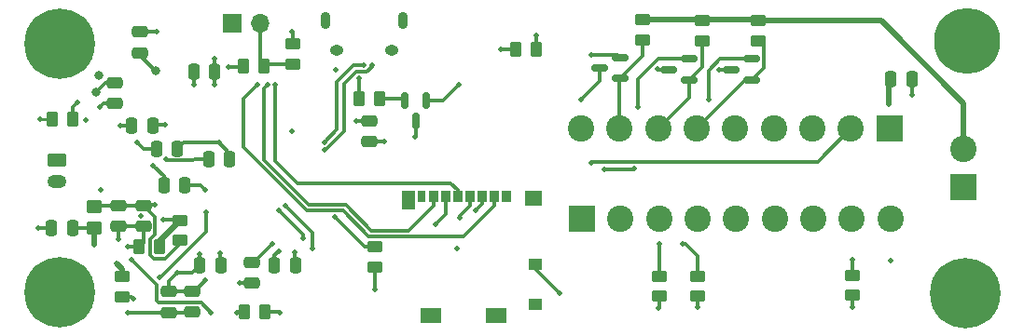
<source format=gbr>
%TF.GenerationSoftware,KiCad,Pcbnew,(6.0.1)*%
%TF.CreationDate,2022-04-25T15:24:58-05:00*%
%TF.ProjectId,Airbrake Controller,41697262-7261-46b6-9520-436f6e74726f,rev?*%
%TF.SameCoordinates,Original*%
%TF.FileFunction,Copper,L4,Bot*%
%TF.FilePolarity,Positive*%
%FSLAX46Y46*%
G04 Gerber Fmt 4.6, Leading zero omitted, Abs format (unit mm)*
G04 Created by KiCad (PCBNEW (6.0.1)) date 2022-04-25 15:24:58*
%MOMM*%
%LPD*%
G01*
G04 APERTURE LIST*
G04 Aperture macros list*
%AMRoundRect*
0 Rectangle with rounded corners*
0 $1 Rounding radius*
0 $2 $3 $4 $5 $6 $7 $8 $9 X,Y pos of 4 corners*
0 Add a 4 corners polygon primitive as box body*
4,1,4,$2,$3,$4,$5,$6,$7,$8,$9,$2,$3,0*
0 Add four circle primitives for the rounded corners*
1,1,$1+$1,$2,$3*
1,1,$1+$1,$4,$5*
1,1,$1+$1,$6,$7*
1,1,$1+$1,$8,$9*
0 Add four rect primitives between the rounded corners*
20,1,$1+$1,$2,$3,$4,$5,0*
20,1,$1+$1,$4,$5,$6,$7,0*
20,1,$1+$1,$6,$7,$8,$9,0*
20,1,$1+$1,$8,$9,$2,$3,0*%
G04 Aperture macros list end*
%TA.AperFunction,ComponentPad*%
%ADD10R,2.400000X2.400000*%
%TD*%
%TA.AperFunction,ComponentPad*%
%ADD11C,2.400000*%
%TD*%
%TA.AperFunction,ComponentPad*%
%ADD12C,0.800000*%
%TD*%
%TA.AperFunction,ComponentPad*%
%ADD13C,6.400000*%
%TD*%
%TA.AperFunction,ComponentPad*%
%ADD14R,1.700000X1.700000*%
%TD*%
%TA.AperFunction,ComponentPad*%
%ADD15O,1.700000X1.700000*%
%TD*%
%TA.AperFunction,ComponentPad*%
%ADD16RoundRect,0.250000X-0.625000X0.350000X-0.625000X-0.350000X0.625000X-0.350000X0.625000X0.350000X0*%
%TD*%
%TA.AperFunction,ComponentPad*%
%ADD17O,1.750000X1.200000*%
%TD*%
%TA.AperFunction,ComponentPad*%
%ADD18C,6.000000*%
%TD*%
%TA.AperFunction,ComponentPad*%
%ADD19O,0.890000X1.550000*%
%TD*%
%TA.AperFunction,ComponentPad*%
%ADD20O,1.250000X0.950000*%
%TD*%
%TA.AperFunction,SMDPad,CuDef*%
%ADD21RoundRect,0.150000X0.587500X0.150000X-0.587500X0.150000X-0.587500X-0.150000X0.587500X-0.150000X0*%
%TD*%
%TA.AperFunction,SMDPad,CuDef*%
%ADD22RoundRect,0.250000X-0.450000X0.262500X-0.450000X-0.262500X0.450000X-0.262500X0.450000X0.262500X0*%
%TD*%
%TA.AperFunction,SMDPad,CuDef*%
%ADD23RoundRect,0.250000X-0.475000X0.250000X-0.475000X-0.250000X0.475000X-0.250000X0.475000X0.250000X0*%
%TD*%
%TA.AperFunction,SMDPad,CuDef*%
%ADD24RoundRect,0.250000X-0.262500X-0.450000X0.262500X-0.450000X0.262500X0.450000X-0.262500X0.450000X0*%
%TD*%
%TA.AperFunction,SMDPad,CuDef*%
%ADD25RoundRect,0.250000X0.475000X-0.250000X0.475000X0.250000X-0.475000X0.250000X-0.475000X-0.250000X0*%
%TD*%
%TA.AperFunction,SMDPad,CuDef*%
%ADD26RoundRect,0.250000X0.450000X-0.262500X0.450000X0.262500X-0.450000X0.262500X-0.450000X-0.262500X0*%
%TD*%
%TA.AperFunction,SMDPad,CuDef*%
%ADD27RoundRect,0.250000X0.250000X0.475000X-0.250000X0.475000X-0.250000X-0.475000X0.250000X-0.475000X0*%
%TD*%
%TA.AperFunction,SMDPad,CuDef*%
%ADD28RoundRect,0.250000X-0.250000X-0.475000X0.250000X-0.475000X0.250000X0.475000X-0.250000X0.475000X0*%
%TD*%
%TA.AperFunction,SMDPad,CuDef*%
%ADD29RoundRect,0.150000X-0.150000X0.587500X-0.150000X-0.587500X0.150000X-0.587500X0.150000X0.587500X0*%
%TD*%
%TA.AperFunction,SMDPad,CuDef*%
%ADD30RoundRect,0.250000X0.262500X0.450000X-0.262500X0.450000X-0.262500X-0.450000X0.262500X-0.450000X0*%
%TD*%
%TA.AperFunction,SMDPad,CuDef*%
%ADD31R,0.850000X1.100000*%
%TD*%
%TA.AperFunction,SMDPad,CuDef*%
%ADD32R,0.750000X1.100000*%
%TD*%
%TA.AperFunction,SMDPad,CuDef*%
%ADD33R,1.200000X1.000000*%
%TD*%
%TA.AperFunction,SMDPad,CuDef*%
%ADD34R,1.170000X1.800000*%
%TD*%
%TA.AperFunction,SMDPad,CuDef*%
%ADD35R,1.900000X1.350000*%
%TD*%
%TA.AperFunction,SMDPad,CuDef*%
%ADD36R,1.550000X1.350000*%
%TD*%
%TA.AperFunction,SMDPad,CuDef*%
%ADD37RoundRect,0.250000X-0.450000X0.350000X-0.450000X-0.350000X0.450000X-0.350000X0.450000X0.350000X0*%
%TD*%
%TA.AperFunction,ViaPad*%
%ADD38C,0.500000*%
%TD*%
%TA.AperFunction,ViaPad*%
%ADD39C,0.800000*%
%TD*%
%TA.AperFunction,Conductor*%
%ADD40C,0.300000*%
%TD*%
%TA.AperFunction,Conductor*%
%ADD41C,0.500000*%
%TD*%
%TA.AperFunction,Conductor*%
%ADD42C,0.250000*%
%TD*%
G04 APERTURE END LIST*
D10*
%TO.P,J5,1,Pin_1*%
%TO.N,GND*%
X193013074Y-103511751D03*
D11*
%TO.P,J5,2,Pin_2*%
%TO.N,+5V*%
X193013074Y-100011751D03*
%TD*%
D12*
%TO.P,H2,1*%
%TO.N,N/C*%
X108552362Y-113093895D03*
X113352362Y-113093895D03*
X112649418Y-111396839D03*
X110952362Y-110693895D03*
X110952362Y-115493895D03*
X109255306Y-111396839D03*
X112649418Y-114790951D03*
D13*
X110952362Y-113093895D03*
D12*
X109255306Y-114790951D03*
%TD*%
D14*
%TO.P,J1,1,Pin_1*%
%TO.N,+3V3*%
X126618406Y-88577368D03*
D15*
%TO.P,J1,2,Pin_2*%
%TO.N,/Boot0_pulldown*%
X129158406Y-88577368D03*
%TD*%
D16*
%TO.P,J2,1,Pin_1*%
%TO.N,GND*%
X110695863Y-101013057D03*
D17*
%TO.P,J2,2,Pin_2*%
%TO.N,V_Batt*%
X110695863Y-103013057D03*
%TD*%
D12*
%TO.P,H1,1*%
%TO.N,N/C*%
X110941341Y-88043383D03*
D13*
X110941341Y-90443383D03*
D12*
X113341341Y-90443383D03*
X110941341Y-92843383D03*
X109244285Y-88746327D03*
X112638397Y-88746327D03*
X108541341Y-90443383D03*
X112638397Y-92140439D03*
X109244285Y-92140439D03*
%TD*%
%TO.P,H3,1*%
%TO.N,N/C*%
X194924017Y-88639387D03*
X193333027Y-92480377D03*
X195583027Y-90230377D03*
D18*
X193333027Y-90230377D03*
D12*
X191742037Y-88639387D03*
X191742037Y-91821367D03*
X193333027Y-87980377D03*
X191083027Y-90230377D03*
X194924017Y-91821367D03*
%TD*%
%TO.P,H4,1*%
%TO.N,N/C*%
X190721534Y-113115426D03*
X191424478Y-114812482D03*
X194818590Y-111418370D03*
X195521534Y-113115426D03*
X191424478Y-111418370D03*
X194818590Y-114812482D03*
X193121534Y-110715426D03*
X193121534Y-115515426D03*
D13*
X193121534Y-113115426D03*
%TD*%
D19*
%TO.P,J3,6,Shield*%
%TO.N,unconnected-(J3-Pad6)*%
X142112258Y-88359857D03*
D20*
X136112258Y-91059857D03*
X141112258Y-91059857D03*
D19*
X135112258Y-88359857D03*
%TD*%
D10*
%TO.P,J7,1,Pin_1*%
%TO.N,GND*%
X158361601Y-106389591D03*
D11*
%TO.P,J7,2,Pin_2*%
%TO.N,Extra_Out*%
X161861601Y-106389591D03*
%TO.P,J7,3,Pin_3*%
%TO.N,Extra_SDA*%
X165361601Y-106389591D03*
%TO.P,J7,4,Pin_4*%
%TO.N,Extra_SCL*%
X168861601Y-106389591D03*
%TO.P,J7,5,Pin_5*%
%TO.N,Altus_MOSI*%
X172361601Y-106389591D03*
%TO.P,J7,6,Pin_6*%
%TO.N,Altus_MISO*%
X175861601Y-106389591D03*
%TO.P,J7,7,Pin_7*%
%TO.N,Altus_SCK*%
X179361601Y-106389591D03*
%TO.P,J7,8,Pin_8*%
%TO.N,Altus_CS*%
X182861601Y-106389591D03*
%TO.P,J7,9,Pin_9*%
%TO.N,+3V3*%
X186361601Y-106389591D03*
%TD*%
D10*
%TO.P,J6,1,Pin_1*%
%TO.N,+3V3*%
X186268636Y-98185760D03*
D11*
%TO.P,J6,2,Pin_2*%
%TO.N,SWD_IO*%
X182768636Y-98185760D03*
%TO.P,J6,3,Pin_3*%
%TO.N,SWD_SCK*%
X179268636Y-98185760D03*
%TO.P,J6,4,Pin_4*%
%TO.N,V_Reg*%
X175768636Y-98185760D03*
%TO.P,J6,5,Pin_5*%
%TO.N,V_Batt*%
X172268636Y-98185760D03*
%TO.P,J6,6,Pin_6*%
%TO.N,Step_EnConn*%
X168768636Y-98185760D03*
%TO.P,J6,7,Pin_7*%
%TO.N,Step_DirConn*%
X165268636Y-98185760D03*
%TO.P,J6,8,Pin_8*%
%TO.N,Step_PWMConn*%
X161768636Y-98185760D03*
%TO.P,J6,9,Pin_9*%
%TO.N,GND*%
X158268636Y-98185760D03*
%TD*%
D21*
%TO.P,Q3,1,B*%
%TO.N,Step_DIR*%
X168127833Y-91842835D03*
%TO.P,Q3,2,C*%
%TO.N,Step_DirConn*%
X168127833Y-93742835D03*
%TO.P,Q3,3,E*%
%TO.N,GND*%
X166252833Y-92792835D03*
%TD*%
D22*
%TO.P,R6,1*%
%TO.N,+3V3*%
X116648613Y-111666014D03*
%TO.P,R6,2*%
%TO.N,Net-(R6-Pad2)*%
X116648613Y-113491014D03*
%TD*%
D23*
%TO.P,C10,1*%
%TO.N,+3V3*%
X139074637Y-97457660D03*
%TO.P,C10,2*%
%TO.N,GND*%
X139074637Y-99357660D03*
%TD*%
D22*
%TO.P,R9,1*%
%TO.N,/Status_LEDC*%
X139542932Y-108950993D03*
%TO.P,R9,2*%
%TO.N,GND*%
X139542932Y-110775993D03*
%TD*%
D24*
%TO.P,R10,1*%
%TO.N,Net-(D3-Pad1)*%
X152350719Y-90936241D03*
%TO.P,R10,2*%
%TO.N,GND*%
X154175719Y-90936241D03*
%TD*%
D25*
%TO.P,C1,1*%
%TO.N,+3V3*%
X120809307Y-114915412D03*
%TO.P,C1,2*%
%TO.N,GND*%
X120809307Y-113015412D03*
%TD*%
D26*
%TO.P,R14,1*%
%TO.N,Step_EnConn*%
X174332642Y-90196916D03*
%TO.P,R14,2*%
%TO.N,+5V*%
X174332642Y-88371916D03*
%TD*%
D27*
%TO.P,C17,1*%
%TO.N,+3V3*%
X112113459Y-107240058D03*
%TO.P,C17,2*%
%TO.N,GND*%
X110213459Y-107240058D03*
%TD*%
D28*
%TO.P,C8,1*%
%TO.N,/OSC_IN*%
X119742731Y-99999562D03*
%TO.P,C8,2*%
%TO.N,GND*%
X121642731Y-99999562D03*
%TD*%
D26*
%TO.P,R12,1*%
%TO.N,+3V3*%
X168866150Y-113418105D03*
%TO.P,R12,2*%
%TO.N,Extra_SCL*%
X168866150Y-111593105D03*
%TD*%
%TO.P,R15,1*%
%TO.N,Step_DirConn*%
X169274777Y-90186348D03*
%TO.P,R15,2*%
%TO.N,+5V*%
X169274777Y-88361348D03*
%TD*%
D27*
%TO.P,C9,1*%
%TO.N,+3V3*%
X132335699Y-110581768D03*
%TO.P,C9,2*%
%TO.N,GND*%
X130435699Y-110581768D03*
%TD*%
D21*
%TO.P,Q4,1,B*%
%TO.N,Step_PWM*%
X161823395Y-91686342D03*
%TO.P,Q4,2,C*%
%TO.N,Step_PWMConn*%
X161823395Y-93586342D03*
%TO.P,Q4,3,E*%
%TO.N,GND*%
X159948395Y-92636342D03*
%TD*%
D28*
%TO.P,C11,1*%
%TO.N,/OSC_OUT*%
X120422760Y-103291550D03*
%TO.P,C11,2*%
%TO.N,GND*%
X122322760Y-103291550D03*
%TD*%
D27*
%TO.P,C7,1*%
%TO.N,+3V3*%
X125568409Y-110617952D03*
%TO.P,C7,2*%
%TO.N,GND*%
X123668409Y-110617952D03*
%TD*%
D26*
%TO.P,R3,1*%
%TO.N,3V3A*%
X121865237Y-108356138D03*
%TO.P,R3,2*%
%TO.N,ADC_Battery*%
X121865237Y-106531138D03*
%TD*%
D29*
%TO.P,Q1,1,B*%
%TO.N,Net-(Q1-Pad1)*%
X142301138Y-95617578D03*
%TO.P,Q1,2,C*%
%TO.N,/Buzz_NPN*%
X144201138Y-95617578D03*
%TO.P,Q1,3,E*%
%TO.N,GND*%
X143251138Y-97492578D03*
%TD*%
D26*
%TO.P,R13,1*%
%TO.N,+3V3*%
X165350390Y-113418105D03*
%TO.P,R13,2*%
%TO.N,Extra_SDA*%
X165350390Y-111593105D03*
%TD*%
D27*
%TO.P,C14,1*%
%TO.N,+3V3*%
X119378441Y-97882304D03*
%TO.P,C14,2*%
%TO.N,GND*%
X117478441Y-97882304D03*
%TD*%
D26*
%TO.P,R7,1*%
%TO.N,/Boot0_pulldown*%
X132072880Y-92312283D03*
%TO.P,R7,2*%
%TO.N,GND*%
X132072880Y-90487283D03*
%TD*%
D28*
%TO.P,C6,1*%
%TO.N,/NRST*%
X124471372Y-100915923D03*
%TO.P,C6,2*%
%TO.N,GND*%
X126371372Y-100915923D03*
%TD*%
D30*
%TO.P,R4,1*%
%TO.N,ADC_Battery*%
X119990971Y-108954598D03*
%TO.P,R4,2*%
%TO.N,GND*%
X118165971Y-108954598D03*
%TD*%
D23*
%TO.P,C15,1*%
%TO.N,3V3A*%
X118524620Y-105170573D03*
%TO.P,C15,2*%
%TO.N,GND*%
X118524620Y-107070573D03*
%TD*%
D30*
%TO.P,R1,1*%
%TO.N,+3V3*%
X129572413Y-114881528D03*
%TO.P,R1,2*%
%TO.N,Flash_CS*%
X127747413Y-114881528D03*
%TD*%
%TO.P,R8,1*%
%TO.N,/Boot0_pulldown*%
X129446535Y-92475243D03*
%TO.P,R8,2*%
%TO.N,/Boot0*%
X127621535Y-92475243D03*
%TD*%
D26*
%TO.P,R16,1*%
%TO.N,Step_PWMConn*%
X163861823Y-90090082D03*
%TO.P,R16,2*%
%TO.N,+5V*%
X163861823Y-88265082D03*
%TD*%
%TO.P,R11,1*%
%TO.N,+3V3*%
X182886261Y-113338603D03*
%TO.P,R11,2*%
%TO.N,Altus_CS*%
X182886261Y-111513603D03*
%TD*%
D28*
%TO.P,C5,1*%
%TO.N,+3V3*%
X186415664Y-93697416D03*
%TO.P,C5,2*%
%TO.N,GND*%
X188315664Y-93697416D03*
%TD*%
D31*
%TO.P,J4,1,DAT2*%
%TO.N,unconnected-(J4-Pad1)*%
X151457692Y-104348988D03*
%TO.P,J4,2,DAT3/CD*%
%TO.N,SD_CS*%
X150357692Y-104348988D03*
%TO.P,J4,3,CMD*%
%TO.N,SD_MOSI*%
X149257692Y-104348988D03*
%TO.P,J4,4,VDD*%
%TO.N,+3V3*%
X148157692Y-104348988D03*
%TO.P,J4,5,CLK*%
%TO.N,SD_SCK*%
X147057692Y-104348988D03*
%TO.P,J4,6,VSS*%
%TO.N,GND*%
X145957692Y-104348988D03*
%TO.P,J4,7,DAT0*%
%TO.N,SD_MISO*%
X144857692Y-104348988D03*
D32*
%TO.P,J4,8,DAT1*%
%TO.N,unconnected-(J4-Pad8)*%
X143807692Y-104348988D03*
D33*
%TO.P,J4,9,SHIELD*%
%TO.N,GND*%
X154092692Y-110498988D03*
%TO.P,J4,10*%
%TO.N,N/C*%
X154092692Y-114198988D03*
D34*
%TO.P,J4,11*%
X142597692Y-104698988D03*
D35*
X150592692Y-115173988D03*
X144622692Y-115173988D03*
D36*
X153917692Y-104473988D03*
%TD*%
D28*
%TO.P,C12,1*%
%TO.N,+3V3*%
X123137945Y-93013319D03*
%TO.P,C12,2*%
%TO.N,GND*%
X125037945Y-93013319D03*
%TD*%
D25*
%TO.P,C4,1*%
%TO.N,+3V3*%
X118214628Y-91288153D03*
%TO.P,C4,2*%
%TO.N,GND*%
X118214628Y-89388153D03*
%TD*%
D23*
%TO.P,C16,1*%
%TO.N,3V3A*%
X116267841Y-105186579D03*
%TO.P,C16,2*%
%TO.N,GND*%
X116267841Y-107086579D03*
%TD*%
%TO.P,C13,1*%
%TO.N,/VCAP*%
X128420820Y-110352536D03*
%TO.P,C13,2*%
%TO.N,GND*%
X128420820Y-112252536D03*
%TD*%
D25*
%TO.P,C3,1*%
%TO.N,+3V3*%
X122985083Y-114864517D03*
%TO.P,C3,2*%
%TO.N,GND*%
X122985083Y-112964517D03*
%TD*%
D23*
%TO.P,C2,1*%
%TO.N,V_Reg*%
X115974602Y-94010186D03*
%TO.P,C2,2*%
%TO.N,GND*%
X115974602Y-95910186D03*
%TD*%
D24*
%TO.P,R2,1*%
%TO.N,Buzz_PWM*%
X138148145Y-95469164D03*
%TO.P,R2,2*%
%TO.N,Net-(Q1-Pad1)*%
X139973145Y-95469164D03*
%TD*%
D21*
%TO.P,Q2,1,B*%
%TO.N,Step_EN*%
X173745007Y-91842835D03*
%TO.P,Q2,2,C*%
%TO.N,Step_EnConn*%
X173745007Y-93742835D03*
%TO.P,Q2,3,E*%
%TO.N,GND*%
X171870007Y-92792835D03*
%TD*%
D37*
%TO.P,FB1,1*%
%TO.N,3V3A*%
X114059077Y-105232612D03*
%TO.P,FB1,2*%
%TO.N,+3V3*%
X114059077Y-107232612D03*
%TD*%
D24*
%TO.P,R5,1*%
%TO.N,/LED_Reg_C*%
X110271687Y-97347545D03*
%TO.P,R5,2*%
%TO.N,GND*%
X112096687Y-97347545D03*
%TD*%
D38*
%TO.N,+3V3*%
X165307949Y-114462079D03*
X168872947Y-114377198D03*
X132312892Y-109390327D03*
X186355941Y-110215237D03*
X147235532Y-106302131D03*
X117104492Y-114909528D03*
X182924856Y-114446396D03*
X125491434Y-109529481D03*
X130904817Y-114889230D03*
X137828517Y-97498486D03*
X186231217Y-95919453D03*
X120488250Y-97843799D03*
X116115833Y-110440947D03*
D39*
X119627885Y-92944194D03*
D38*
X113291646Y-97406674D03*
X147007781Y-109055856D03*
X123156799Y-94177981D03*
X114055444Y-108749584D03*
%TO.N,/Buzz_NPN*%
X147179259Y-94177981D03*
%TO.N,GND*%
X114659178Y-103712557D03*
X135989899Y-92811316D03*
X188298311Y-95115817D03*
X158245985Y-95576981D03*
X165193430Y-92782836D03*
X154199647Y-89691948D03*
X130840847Y-109308546D03*
X118285822Y-106120073D03*
X125426609Y-99469377D03*
X132060514Y-89393618D03*
X121608119Y-111285680D03*
X170778517Y-92799863D03*
X132023848Y-98397552D03*
X125022533Y-91779760D03*
X109012454Y-107255804D03*
X156309079Y-113186655D03*
X112534907Y-95755608D03*
X125022965Y-94177981D03*
X140448347Y-99343374D03*
X119740615Y-89385853D03*
X123674899Y-109566178D03*
X114615689Y-96228622D03*
X117141916Y-108949442D03*
X145029475Y-106843140D03*
X127324689Y-112217370D03*
X139545764Y-112776634D03*
X116471763Y-97873551D03*
X143235854Y-98893075D03*
X116281365Y-108226213D03*
X124190046Y-111994652D03*
D39*
X114494129Y-93301325D03*
D38*
X124169314Y-103712557D03*
D39*
%TO.N,V_Reg*%
X114226300Y-94877481D03*
D38*
%TO.N,/NRST*%
X120591503Y-100986192D03*
%TO.N,/OSC_IN*%
X117958881Y-99435463D03*
%TO.N,/OSC_OUT*%
X119446816Y-101535101D03*
%TO.N,/VCAP*%
X130254312Y-108681072D03*
%TO.N,3V3A*%
X119622068Y-105144737D03*
%TO.N,/LED_Reg_C*%
X109166281Y-97352213D03*
%TO.N,/Status_LEDC*%
X135922972Y-106204839D03*
%TO.N,Net-(D3-Pad1)*%
X150969272Y-90936241D03*
%TO.N,USB_D-*%
X139279527Y-92432454D03*
X134952070Y-100090042D03*
%TO.N,USB_D+*%
X138580522Y-92406076D03*
X134952070Y-99390539D03*
%TO.N,SWD_IO*%
X159224709Y-101284772D03*
%TO.N,Extra_SDA*%
X165350389Y-108656225D03*
X133071492Y-108167828D03*
X130849421Y-105588182D03*
%TO.N,Extra_SCL*%
X133910407Y-109083214D03*
X167497876Y-108664713D03*
X131474576Y-105218363D03*
%TO.N,Altus_CS*%
X182932969Y-110119083D03*
%TO.N,Step_EN*%
X169859021Y-95576981D03*
X163134226Y-101800799D03*
X160412620Y-101872420D03*
%TO.N,Step_DIR*%
X163457612Y-96211860D03*
%TO.N,Step_PWM*%
X159242546Y-91471582D03*
%TO.N,Flash_CS*%
X124646312Y-114885343D03*
X127020858Y-114889230D03*
X117429822Y-110108349D03*
%TO.N,Buzz_PWM*%
X138126613Y-93624766D03*
%TO.N,ADC_Battery*%
X120329045Y-106471116D03*
%TO.N,Net-(R6-Pad2)*%
X117629800Y-113616355D03*
%TO.N,/Boot0*%
X126298586Y-92569380D03*
%TO.N,Flash_SCK*%
X120043456Y-111711423D03*
X124239450Y-105813996D03*
%TO.N,SD_MOSI*%
X148676247Y-105615992D03*
%TO.N,SD_SCK*%
X130529620Y-94177981D03*
%TO.N,SD_MISO*%
X129824237Y-94177981D03*
%TO.N,SD_CS*%
X128888982Y-94177981D03*
%TD*%
D40*
%TO.N,+3V3*%
X139033811Y-97498486D02*
X139074637Y-97457660D01*
X168866150Y-114370401D02*
X168872947Y-114377198D01*
X130897115Y-114881528D02*
X130904817Y-114889230D01*
X117110376Y-114915412D02*
X117104492Y-114909528D01*
X182886261Y-113338603D02*
X182886261Y-114407801D01*
X182886261Y-114407801D02*
X182924856Y-114446396D01*
X114059077Y-107232612D02*
X112120905Y-107232612D01*
D41*
X186231217Y-95919453D02*
X186231217Y-93881863D01*
D40*
X114059077Y-108745951D02*
X114055444Y-108749584D01*
X137828517Y-97498486D02*
X139033811Y-97498486D01*
D41*
X116648613Y-110973727D02*
X116115833Y-110440947D01*
D40*
X165350390Y-114419638D02*
X165307949Y-114462079D01*
X119416946Y-97843799D02*
X119378441Y-97882304D01*
X120809307Y-114915412D02*
X122934188Y-114915412D01*
X118214628Y-91530937D02*
X119627885Y-92944194D01*
X147235532Y-106121148D02*
X147235532Y-106302131D01*
X148157692Y-105198988D02*
X147235532Y-106121148D01*
D41*
X114059077Y-107232612D02*
X114059077Y-108745951D01*
D40*
X120809307Y-114915412D02*
X117110376Y-114915412D01*
D41*
X116648613Y-111666014D02*
X116648613Y-110973727D01*
X186231217Y-93881863D02*
X186415664Y-93697416D01*
D40*
X120488250Y-97843799D02*
X119416946Y-97843799D01*
X132312892Y-110558961D02*
X132335699Y-110581768D01*
X125491434Y-109529481D02*
X125491434Y-110540977D01*
X165350390Y-113418105D02*
X165350390Y-114419638D01*
X129572413Y-114881528D02*
X130897115Y-114881528D01*
X123156799Y-94177981D02*
X123156799Y-93032173D01*
X168866150Y-113418105D02*
X168866150Y-114370401D01*
X123156799Y-93032173D02*
X123137945Y-93013319D01*
X118214628Y-91288153D02*
X118214628Y-91530937D01*
X122934188Y-114915412D02*
X122985083Y-114864517D01*
X148157692Y-104348988D02*
X148157692Y-105198988D01*
X132312892Y-109390327D02*
X132312892Y-110558961D01*
X112120905Y-107232612D02*
X112113459Y-107240058D01*
X125491434Y-110540977D02*
X125568409Y-110617952D01*
%TO.N,/Buzz_NPN*%
X145739662Y-95617578D02*
X147179259Y-94177981D01*
X144201138Y-95617578D02*
X145739662Y-95617578D01*
%TO.N,GND*%
X123668409Y-110617952D02*
X123668409Y-109572668D01*
X130435699Y-110581768D02*
X130435699Y-109713694D01*
X171870007Y-92792835D02*
X170785545Y-92792835D01*
X123668409Y-109572668D02*
X123674899Y-109566178D01*
X110213459Y-107240058D02*
X109028200Y-107240058D01*
X125037945Y-93013319D02*
X125037945Y-91795172D01*
X130435699Y-109713694D02*
X130840847Y-109308546D01*
X123748307Y-103291550D02*
X124169314Y-103712557D01*
X166252833Y-92792835D02*
X165203429Y-92792835D01*
X139074637Y-99357660D02*
X140434061Y-99357660D01*
X125022965Y-93028299D02*
X125037945Y-93013319D01*
X123000681Y-111285680D02*
X123668409Y-110617952D01*
X119738315Y-89388153D02*
X119740615Y-89385853D01*
X159948395Y-92636342D02*
X159948395Y-93874571D01*
X122172916Y-99469377D02*
X125426609Y-99469377D01*
X112096687Y-97347545D02*
X112096687Y-96193828D01*
X139542932Y-112773802D02*
X139545764Y-112776634D01*
X143251138Y-97492578D02*
X143251138Y-98877791D01*
X116480516Y-97882304D02*
X116471763Y-97873551D01*
X132072880Y-89405984D02*
X132060514Y-89393618D01*
X120809307Y-113015412D02*
X122934188Y-113015412D01*
X118524620Y-107070573D02*
X116283847Y-107070573D01*
X121608119Y-111285680D02*
X123000681Y-111285680D01*
X117147072Y-108954598D02*
X117141916Y-108949442D01*
X125037945Y-91795172D02*
X125022533Y-91779760D01*
X120809307Y-112084492D02*
X121608119Y-111285680D01*
X127359855Y-112252536D02*
X127324689Y-112217370D01*
X115974602Y-95910186D02*
X114934125Y-95910186D01*
X118524620Y-107070573D02*
X118524620Y-108595949D01*
X122322760Y-103291550D02*
X123748307Y-103291550D01*
X154092692Y-110970268D02*
X156309079Y-113186655D01*
X126371372Y-100915923D02*
X126371372Y-100414140D01*
X128420820Y-112252536D02*
X127359855Y-112252536D01*
X122934188Y-113015412D02*
X122985083Y-112964517D01*
X118165971Y-108954598D02*
X117147072Y-108954598D01*
X118214628Y-89388153D02*
X119738315Y-89388153D01*
X165203429Y-92792835D02*
X165193430Y-92782836D01*
X145957692Y-105914923D02*
X145029475Y-106843140D01*
X120809307Y-113015412D02*
X120809307Y-112084492D01*
X143251138Y-98877791D02*
X143235854Y-98893075D01*
X117478441Y-97882304D02*
X116480516Y-97882304D01*
X122985083Y-112964517D02*
X123220181Y-112964517D01*
X170785545Y-92792835D02*
X170778517Y-92799863D01*
X154175719Y-89715876D02*
X154199647Y-89691948D01*
X188315664Y-95098464D02*
X188298311Y-95115817D01*
X116283847Y-107070573D02*
X116267841Y-107086579D01*
X118524620Y-108595949D02*
X118165971Y-108954598D01*
X159948395Y-93874571D02*
X158245985Y-95576981D01*
X109028200Y-107240058D02*
X109012454Y-107255804D01*
X114934125Y-95910186D02*
X114615689Y-96228622D01*
X125022965Y-94177981D02*
X125022965Y-93028299D01*
X116267841Y-108212689D02*
X116281365Y-108226213D01*
X139542932Y-110775993D02*
X139542932Y-112773802D01*
X145957692Y-104348988D02*
X145957692Y-105914923D01*
X123220181Y-112964517D02*
X124190046Y-111994652D01*
X154175719Y-90936241D02*
X154175719Y-89715876D01*
X121642731Y-99999562D02*
X122172916Y-99469377D01*
X116267841Y-107086579D02*
X116267841Y-108212689D01*
X140434061Y-99357660D02*
X140448347Y-99343374D01*
X188315664Y-93697416D02*
X188315664Y-95098464D01*
X132072880Y-90487283D02*
X132072880Y-89405984D01*
X126371372Y-100414140D02*
X125426609Y-99469377D01*
X154092692Y-110498988D02*
X154092692Y-110970268D01*
X112096687Y-96193828D02*
X112534907Y-95755608D01*
%TO.N,V_Reg*%
X115093595Y-94010186D02*
X114226300Y-94877481D01*
X115974602Y-94010186D02*
X115093595Y-94010186D01*
%TO.N,/NRST*%
X124471372Y-100915923D02*
X123237640Y-100915923D01*
X123079481Y-101074082D02*
X120679393Y-101074082D01*
X120679393Y-101074082D02*
X120591503Y-100986192D01*
X123237640Y-100915923D02*
X123079481Y-101074082D01*
%TO.N,/OSC_IN*%
X119742731Y-99999562D02*
X118522980Y-99999562D01*
X118522980Y-99999562D02*
X117958881Y-99435463D01*
%TO.N,/OSC_OUT*%
X120422760Y-102511045D02*
X119446816Y-101535101D01*
X120422760Y-103291550D02*
X120422760Y-102511045D01*
%TO.N,/VCAP*%
X128582848Y-110352536D02*
X130254312Y-108681072D01*
X128420820Y-110352536D02*
X128582848Y-110352536D01*
%TO.N,3V3A*%
X118550456Y-105144737D02*
X118524620Y-105170573D01*
X116283847Y-105170573D02*
X116267841Y-105186579D01*
X118524620Y-105170573D02*
X116283847Y-105170573D01*
X119599140Y-107786080D02*
X119599140Y-106245093D01*
X119599140Y-106245093D02*
X118524620Y-105170573D01*
X119128951Y-109652927D02*
X119128951Y-108256269D01*
X116267841Y-105186579D02*
X114105110Y-105186579D01*
X121865237Y-108640681D02*
X120501800Y-110004118D01*
X119128951Y-108256269D02*
X119599140Y-107786080D01*
X114105110Y-105186579D02*
X114059077Y-105232612D01*
X119480142Y-110004118D02*
X119128951Y-109652927D01*
X121865237Y-108356138D02*
X121865237Y-108640681D01*
X119622068Y-105144737D02*
X118550456Y-105144737D01*
X120501800Y-110004118D02*
X119480142Y-110004118D01*
D42*
%TO.N,/LED_Reg_C*%
X110271687Y-97347545D02*
X109170949Y-97347545D01*
D41*
X109170949Y-97347545D02*
X109166281Y-97352213D01*
D40*
%TO.N,/Status_LEDC*%
X135922972Y-106204839D02*
X138669126Y-108950993D01*
X138669126Y-108950993D02*
X139542932Y-108950993D01*
%TO.N,Net-(D3-Pad1)*%
X152350719Y-90936241D02*
X150969272Y-90936241D01*
%TO.N,USB_D-*%
X135100405Y-100090042D02*
X136735336Y-98455111D01*
X137837494Y-93025266D02*
X137887030Y-93025266D01*
X136735336Y-98455111D02*
X136735336Y-94127424D01*
X137887030Y-93025266D02*
X138809170Y-93025266D01*
X138809170Y-93025266D02*
X139279527Y-92554909D01*
X134952070Y-100090042D02*
X135100405Y-100090042D01*
X136735336Y-94127424D02*
X137837494Y-93025266D01*
X139279527Y-92554909D02*
X139279527Y-92432454D01*
%TO.N,USB_D+*%
X136103763Y-93904516D02*
X137602203Y-92406076D01*
X136103763Y-98238846D02*
X136103763Y-93904516D01*
X137602203Y-92406076D02*
X138580522Y-92406076D01*
X134952070Y-99390539D02*
X136103763Y-98238846D01*
%TO.N,SWD_IO*%
X159224709Y-101284772D02*
X159308193Y-101201288D01*
X179753108Y-101201288D02*
X182768636Y-98185760D01*
X159308193Y-101201288D02*
X179753108Y-101201288D01*
%TO.N,Step_DirConn*%
X168127833Y-95326563D02*
X165268636Y-98185760D01*
X168127833Y-93742835D02*
X168127833Y-95326563D01*
X169274777Y-90186348D02*
X169274777Y-92595891D01*
X169274777Y-92595891D02*
X168127833Y-93742835D01*
%TO.N,Extra_SDA*%
X130849421Y-105588182D02*
X133071492Y-107810253D01*
X165350390Y-111593105D02*
X165350389Y-108656225D01*
X133071492Y-107810253D02*
X133071492Y-108167828D01*
%TO.N,Extra_SCL*%
X133910407Y-107654194D02*
X133910407Y-109083214D01*
X168866150Y-111593105D02*
X168866150Y-109744391D01*
X131474576Y-105218363D02*
X133910407Y-107654194D01*
X168866150Y-109744391D02*
X167786472Y-108664713D01*
X167786472Y-108664713D02*
X167497876Y-108664713D01*
%TO.N,Altus_CS*%
X182932969Y-111466895D02*
X182886261Y-111513603D01*
X182932969Y-110119083D02*
X182932969Y-111466895D01*
%TO.N,Net-(Q1-Pad1)*%
X139973145Y-95469164D02*
X142152724Y-95469164D01*
X142152724Y-95469164D02*
X142301138Y-95617578D01*
%TO.N,Step_EN*%
X170887707Y-91842835D02*
X173745007Y-91842835D01*
X169859021Y-95576981D02*
X169859021Y-92871521D01*
X163062605Y-101872420D02*
X163134226Y-101800799D01*
X169859021Y-92871521D02*
X170887707Y-91842835D01*
X160412620Y-101872420D02*
X163062605Y-101872420D01*
%TO.N,Step_DIR*%
X163457612Y-93670816D02*
X165285593Y-91842835D01*
X165285593Y-91842835D02*
X168127833Y-91842835D01*
X163457612Y-96211860D02*
X163457612Y-93670816D01*
%TO.N,Step_PWM*%
X159242546Y-91471582D02*
X161608635Y-91471582D01*
X161608635Y-91471582D02*
X161823395Y-91686342D01*
%TO.N,Flash_CS*%
X127028560Y-114881528D02*
X127020858Y-114889230D01*
X119734787Y-112413314D02*
X119734787Y-113837337D01*
X123775966Y-114014997D02*
X124646312Y-114885343D01*
X127747413Y-114881528D02*
X127028560Y-114881528D01*
X117429822Y-110108349D02*
X119734787Y-112413314D01*
X119734787Y-113837337D02*
X119912447Y-114014997D01*
X119912447Y-114014997D02*
X123775966Y-114014997D01*
%TO.N,Buzz_PWM*%
X138126613Y-93624766D02*
X138126613Y-95447632D01*
X138126613Y-95447632D02*
X138148145Y-95469164D01*
D41*
%TO.N,ADC_Battery*%
X119990971Y-108405404D02*
X121865237Y-106531138D01*
X119990971Y-108954598D02*
X119990971Y-108405404D01*
D40*
X121805215Y-106471116D02*
X121865237Y-106531138D01*
X120329045Y-106471116D02*
X121805215Y-106471116D01*
%TO.N,Net-(R6-Pad2)*%
X117504459Y-113491014D02*
X117629800Y-113616355D01*
X116648613Y-113491014D02*
X117504459Y-113491014D01*
%TO.N,/Boot0_pulldown*%
X129609495Y-92312283D02*
X129446535Y-92475243D01*
X132072880Y-92312283D02*
X129609495Y-92312283D01*
X129158406Y-92187114D02*
X129158406Y-88577368D01*
X129446535Y-92475243D02*
X129158406Y-92187114D01*
%TO.N,/Boot0*%
X126298586Y-92569380D02*
X127527398Y-92569380D01*
X127527398Y-92569380D02*
X127621535Y-92475243D01*
%TO.N,Flash_SCK*%
X120070301Y-111711423D02*
X120043456Y-111711423D01*
X124239450Y-105813996D02*
X124239450Y-107542274D01*
X124239450Y-107542274D02*
X120070301Y-111711423D01*
%TO.N,SD_MOSI*%
X148676247Y-105615992D02*
X149257692Y-105034547D01*
X149257692Y-105034547D02*
X149257692Y-104348988D01*
%TO.N,SD_SCK*%
X146454457Y-103171731D02*
X132570957Y-103171731D01*
X147057692Y-103774966D02*
X146454457Y-103171731D01*
X132570957Y-103171731D02*
X130529620Y-101130394D01*
X147057692Y-104348988D02*
X147057692Y-103774966D01*
X130529620Y-101130394D02*
X130529620Y-94177981D01*
%TO.N,SD_MISO*%
X129460858Y-101017459D02*
X133549207Y-105105808D01*
X136920439Y-105105808D02*
X139261412Y-107446781D01*
X139261412Y-107446781D02*
X142609899Y-107446781D01*
X142609899Y-107446781D02*
X144857692Y-105198988D01*
X133549207Y-105105808D02*
X136920439Y-105105808D01*
X129460858Y-94541360D02*
X129460858Y-101017459D01*
X129824237Y-94177981D02*
X129460858Y-94541360D01*
X144857692Y-105198988D02*
X144857692Y-104348988D01*
%TO.N,SD_CS*%
X147603572Y-107953108D02*
X138991583Y-107953108D01*
X150357692Y-104348988D02*
X150357692Y-105198988D01*
X133379027Y-105642056D02*
X127634411Y-99897440D01*
X150357692Y-105198988D02*
X147603572Y-107953108D01*
X127634411Y-95432552D02*
X128888982Y-94177981D01*
X133415755Y-105605328D02*
X133379027Y-105642056D01*
X138991583Y-107953108D02*
X136643803Y-105605328D01*
X127634411Y-99897440D02*
X127634411Y-95957645D01*
X127634411Y-95957645D02*
X127634411Y-95432552D01*
X136643803Y-105605328D02*
X133415755Y-105605328D01*
D41*
%TO.N,+5V*%
X185503755Y-88371916D02*
X193013074Y-95881235D01*
X193013074Y-95881235D02*
X193013074Y-100011751D01*
X174332642Y-88371916D02*
X185503755Y-88371916D01*
X163861823Y-88265082D02*
X174225808Y-88265082D01*
D40*
X174225808Y-88265082D02*
X174332642Y-88371916D01*
%TO.N,Step_EnConn*%
X174832027Y-90696301D02*
X174832027Y-92655815D01*
X174332642Y-90196916D02*
X174832027Y-90696301D01*
X173211561Y-93742835D02*
X168768636Y-98185760D01*
X173745007Y-93742835D02*
X173211561Y-93742835D01*
X174832027Y-92655815D02*
X173745007Y-93742835D01*
%TO.N,Step_PWMConn*%
X163861823Y-91547914D02*
X161823395Y-93586342D01*
X161768636Y-93641101D02*
X161768636Y-98185760D01*
X161823395Y-93586342D02*
X161768636Y-93641101D01*
X163861823Y-90090082D02*
X163861823Y-91547914D01*
%TD*%
M02*

</source>
